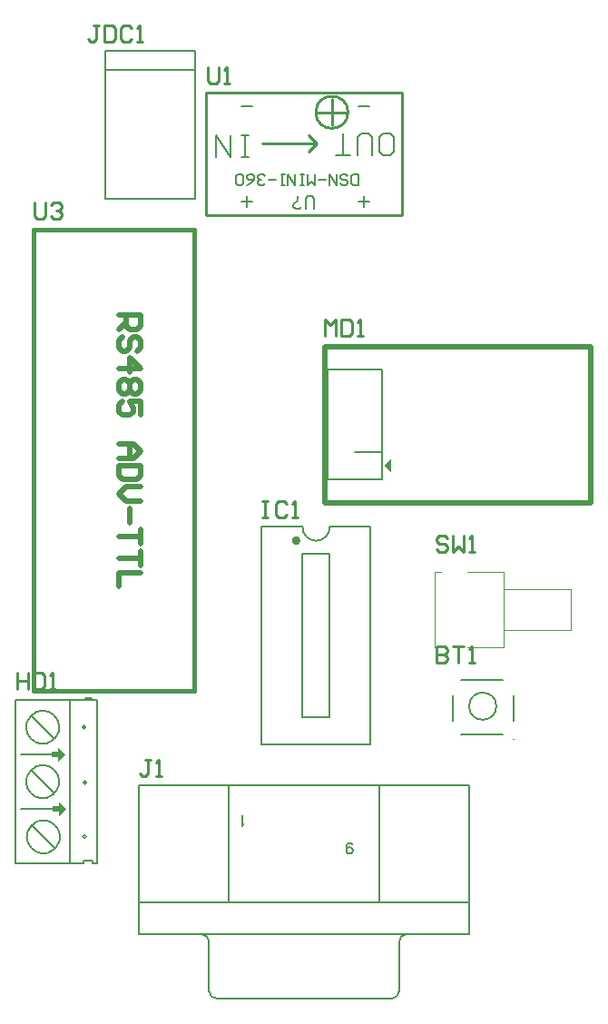
<source format=gto>
G04*
G04 #@! TF.GenerationSoftware,Altium Limited,Altium Designer,18.1.6 (161)*
G04*
G04 Layer_Color=65535*
%FSLAX25Y25*%
%MOIN*%
G70*
G01*
G75*
%ADD10C,0.00600*%
%ADD11C,0.01000*%
%ADD12C,0.00700*%
%ADD13C,0.01500*%
%ADD14C,0.00787*%
%ADD15C,0.00984*%
%ADD16C,0.02000*%
%ADD17C,0.00400*%
%ADD18C,0.00800*%
%ADD19C,0.01968*%
%ADD20C,0.00591*%
G36*
X18845Y46181D02*
X16345Y48681D01*
Y47181D01*
X13845D01*
Y45181D01*
X16345D01*
Y43681D01*
X18845Y46181D01*
D02*
G37*
G36*
X18595Y66181D02*
X16095Y68681D01*
Y67181D01*
X13595D01*
Y65181D01*
X16095D01*
Y63681D01*
X18595Y66181D01*
D02*
G37*
G36*
X135973Y172334D02*
X138473Y169834D01*
Y174834D01*
X135973Y172334D01*
D02*
G37*
D10*
X176982Y83906D02*
G03*
X176982Y83906I-5000J0D01*
G01*
X163982Y93405D02*
X179482D01*
X183482Y78405D02*
Y87906D01*
X164082Y73405D02*
X179482D01*
X160982Y78405D02*
Y87906D01*
D11*
X122493Y301972D02*
G03*
X122493Y301972I-5910J0D01*
G01*
X107996Y293559D02*
X110996Y290559D01*
X107996Y287559D02*
X110996Y290559D01*
X90996D02*
X110996D01*
X142496Y264059D02*
Y309059D01*
X70496D02*
X142496D01*
X70496Y264059D02*
Y309059D01*
Y264059D02*
X142496D01*
X107996Y287559D02*
X110996Y290559D01*
X155073Y105718D02*
Y99720D01*
X158072D01*
X159072Y100719D01*
Y101719D01*
X158072Y102719D01*
X155073D01*
X158072D01*
X159072Y103718D01*
Y104718D01*
X158072Y105718D01*
X155073D01*
X161071D02*
X165070D01*
X163070D01*
Y99720D01*
X167069D02*
X169068D01*
X168069D01*
Y105718D01*
X167069Y104718D01*
X7197Y268872D02*
Y263874D01*
X8196Y262874D01*
X10196D01*
X11196Y263874D01*
Y268872D01*
X13195Y267872D02*
X14195Y268872D01*
X16194D01*
X17194Y267872D01*
Y266873D01*
X16194Y265873D01*
X15194D01*
X16194D01*
X17194Y264873D01*
Y263874D01*
X16194Y262874D01*
X14195D01*
X13195Y263874D01*
X70996Y318557D02*
Y313559D01*
X71996Y312559D01*
X73995D01*
X74995Y313559D01*
Y318557D01*
X76994Y312559D02*
X78993D01*
X77994D01*
Y318557D01*
X76994Y317557D01*
X158995Y145586D02*
X157995Y146586D01*
X155996D01*
X154996Y145586D01*
Y144586D01*
X155996Y143586D01*
X157995D01*
X158995Y142587D01*
Y141587D01*
X157995Y140587D01*
X155996D01*
X154996Y141587D01*
X160994Y146586D02*
Y140587D01*
X162994Y142587D01*
X164993Y140587D01*
Y146586D01*
X166992Y140587D02*
X168991D01*
X167992D01*
Y146586D01*
X166992Y145586D01*
X113949Y219883D02*
Y225881D01*
X115948Y223881D01*
X117947Y225881D01*
Y219883D01*
X119947Y225881D02*
Y219883D01*
X122946D01*
X123946Y220882D01*
Y224881D01*
X122946Y225881D01*
X119947D01*
X125945Y219883D02*
X127944D01*
X126945D01*
Y225881D01*
X125945Y224881D01*
X30937Y333885D02*
X28938D01*
X29938D01*
Y328886D01*
X28938Y327887D01*
X27938D01*
X26939Y328886D01*
X32937Y333885D02*
Y327887D01*
X35936D01*
X36935Y328886D01*
Y332885D01*
X35936Y333885D01*
X32937D01*
X42933Y332885D02*
X41934Y333885D01*
X39934D01*
X38935Y332885D01*
Y328886D01*
X39934Y327887D01*
X41934D01*
X42933Y328886D01*
X44933Y327887D02*
X46932D01*
X45932D01*
Y333885D01*
X44933Y332885D01*
X49893Y64362D02*
X47893D01*
X48893D01*
Y59364D01*
X47893Y58364D01*
X46893D01*
X45894Y59364D01*
X51892Y58364D02*
X53891D01*
X52891D01*
Y64362D01*
X51892Y63362D01*
X91001Y159196D02*
X93000D01*
X92001D01*
Y153198D01*
X91001D01*
X93000D01*
X99998Y158196D02*
X98998Y159196D01*
X96999D01*
X95999Y158196D01*
Y154197D01*
X96999Y153198D01*
X98998D01*
X99998Y154197D01*
X101997Y153198D02*
X103997D01*
X102997D01*
Y159196D01*
X101997Y158196D01*
X956Y96088D02*
Y90090D01*
Y93089D01*
X4955D01*
Y96088D01*
Y90090D01*
X6954Y96088D02*
Y90090D01*
X9953D01*
X10953Y91089D01*
Y95088D01*
X9953Y96088D01*
X6954D01*
X12952Y90090D02*
X14952D01*
X13952D01*
Y96088D01*
X12952Y95088D01*
D12*
X26286Y35981D02*
G03*
X26286Y35981I-640J0D01*
G01*
X15213Y32016D02*
G03*
X14564Y31359I-4606J3903D01*
G01*
X14963Y52292D02*
G03*
X14327Y51643I-4618J3889D01*
G01*
X26186Y76181D02*
G03*
X26186Y76181I-640J0D01*
G01*
X26486Y55821D02*
G03*
X26486Y55821I-640J0D01*
G01*
X14917Y72237D02*
G03*
X14374Y71684I-4571J3944D01*
G01*
X105772Y149821D02*
G03*
X115768Y149784I4997J-169D01*
G01*
X183382Y71905D02*
X183482Y72005D01*
X33339Y317587D02*
X66339D01*
X33339Y270087D02*
Y324587D01*
X66339Y270087D02*
Y324587D01*
X33339Y270087D02*
X66339D01*
X33339Y324587D02*
X66339D01*
X114923Y207383D02*
X134923D01*
X114923Y167283D02*
Y207383D01*
Y167283D02*
X124923D01*
X134923D01*
Y207383D01*
X125073Y177333D02*
X134873D01*
X2445Y46181D02*
X17545D01*
X6445Y40181D02*
X14845Y31681D01*
X345Y26181D02*
Y86181D01*
X6195Y60331D02*
X14645Y51881D01*
X2245Y66181D02*
X17345D01*
X25845Y86781D02*
X28345D01*
X15345Y86181D02*
X30345D01*
Y26181D02*
Y86181D01*
X28545Y26181D02*
X30345D01*
X28545D02*
Y27181D01*
X25445D02*
X28545D01*
X25445Y26181D02*
Y27181D01*
X345Y26181D02*
X25445D01*
X345Y86181D02*
X15345D01*
X20345Y26181D02*
Y86181D01*
X6145Y80381D02*
X14645Y71881D01*
X115768Y79783D02*
Y139784D01*
X105768Y79783D02*
X115768D01*
X105768D02*
Y139784D01*
X115768D01*
X90768Y149784D02*
X105768D01*
X115868D02*
X130768D01*
X90768Y69784D02*
Y149784D01*
Y69784D02*
X130768D01*
Y149683D01*
X130668Y149784D02*
X130768Y149683D01*
X109996Y266561D02*
Y270309D01*
X109246Y271059D01*
X107747D01*
X106997Y270309D01*
Y266561D01*
X105498Y267310D02*
X104748Y266561D01*
X103248D01*
X102498Y267310D01*
Y268060D01*
X103998Y269560D01*
Y270309D02*
Y271059D01*
D13*
X104268Y144684D02*
G03*
X104268Y144684I-800J0D01*
G01*
X6988Y258957D02*
X66043D01*
X6988Y89665D02*
Y258957D01*
Y89665D02*
X66043D01*
Y258957D01*
D14*
X143992Y161D02*
G03*
X141256Y-2575I0J-2736D01*
G01*
X138500Y-23441D02*
G03*
X141236Y-20705I0J2736D01*
G01*
X71453Y-2575D02*
G03*
X68717Y161I-2736J0D01*
G01*
X71473Y-20705D02*
G03*
X74209Y-23441I2736J0D01*
G01*
X74209Y-23441D02*
X138500D01*
X45724Y11992D02*
X166984D01*
X45724Y181D02*
Y55000D01*
X166984Y181D02*
Y55000D01*
X45724D02*
X166984D01*
X78795Y11992D02*
Y55000D01*
X45724Y181D02*
X166984D01*
X133914Y11992D02*
Y55000D01*
X141256Y-20685D02*
Y-2575D01*
X71453Y-20685D02*
Y-2575D01*
D15*
X110613Y301821D02*
X122424D01*
X116519Y306939D02*
X116520Y297094D01*
D16*
X113923Y158384D02*
Y215883D01*
X211823D01*
Y158384D02*
Y215883D01*
X113923Y158384D02*
X211823D01*
D17*
X179823Y126828D02*
X204458D01*
X179823Y105410D02*
Y133362D01*
Y111828D02*
X204458D01*
X154232Y105410D02*
X156595D01*
X166437D02*
X179823D01*
X204458Y111828D02*
Y126828D01*
X154232Y105410D02*
Y119386D01*
Y133362D02*
X156595D01*
X166437D02*
X179823D01*
X154232Y119386D02*
Y133362D01*
D18*
X130496Y304060D02*
X126497D01*
X87496D02*
X83497D01*
X87496Y269060D02*
X83497D01*
X85497Y267061D02*
Y271059D01*
X130496Y269060D02*
X126497D01*
X128497Y267061D02*
Y271059D01*
X135497Y286062D02*
X138163D01*
X139496Y287394D01*
Y292726D01*
X138163Y294059D01*
X135497D01*
X134165Y292726D01*
Y287394D01*
X135497Y286062D01*
X131499D02*
Y292726D01*
X130166Y294059D01*
X127500D01*
X126167Y292726D01*
Y286062D01*
X123501D02*
X118170D01*
X120835D01*
Y294059D01*
X85996Y285562D02*
X83330D01*
X84663D01*
Y293559D01*
X85996D01*
X83330D01*
X79332D02*
Y285562D01*
X74000Y293559D01*
Y285562D01*
X126496Y275060D02*
Y279059D01*
X124497D01*
X123830Y278393D01*
Y275727D01*
X124497Y275060D01*
X126496D01*
X119832Y275727D02*
X120498Y275060D01*
X121831D01*
X122497Y275727D01*
Y276393D01*
X121831Y277060D01*
X120498D01*
X119832Y277726D01*
Y278393D01*
X120498Y279059D01*
X121831D01*
X122497Y278393D01*
X118499Y279059D02*
Y275060D01*
X115833Y279059D01*
Y275060D01*
X114500Y277060D02*
X111834D01*
X110501Y279059D02*
Y275060D01*
X109168Y276393D01*
X107835Y275060D01*
Y279059D01*
X106502Y275060D02*
X105170D01*
X105836D01*
Y279059D01*
X106502D01*
X105170D01*
X103170D02*
Y275060D01*
X100504Y279059D01*
Y275060D01*
X99172D02*
X97839D01*
X98505D01*
Y279059D01*
X99172D01*
X97839D01*
X95839Y277060D02*
X93173D01*
X91841Y275727D02*
X91174Y275060D01*
X89841D01*
X89175Y275727D01*
Y276393D01*
X89841Y277060D01*
X90508D01*
X89841D01*
X89175Y277726D01*
Y278393D01*
X89841Y279059D01*
X91174D01*
X91841Y278393D01*
X85176Y275060D02*
X86509Y275727D01*
X87842Y277060D01*
Y278393D01*
X87175Y279059D01*
X85843D01*
X85176Y278393D01*
Y277726D01*
X85843Y277060D01*
X87842D01*
X83843Y275727D02*
X83177Y275060D01*
X81844D01*
X81177Y275727D01*
Y278393D01*
X81844Y279059D01*
X83177D01*
X83843Y278393D01*
Y275727D01*
D19*
X38484Y227461D02*
X46356D01*
Y223525D01*
X45044Y222213D01*
X42420D01*
X41108Y223525D01*
Y227461D01*
Y224837D02*
X38484Y222213D01*
X45044Y214341D02*
X46356Y215653D01*
Y218277D01*
X45044Y219589D01*
X43732D01*
X42420Y218277D01*
Y215653D01*
X41108Y214341D01*
X39796D01*
X38484Y215653D01*
Y218277D01*
X39796Y219589D01*
X38484Y207782D02*
X46356D01*
X42420Y211718D01*
Y206470D01*
X45044Y203846D02*
X46356Y202534D01*
Y199910D01*
X45044Y198599D01*
X43732D01*
X42420Y199910D01*
X41108Y198599D01*
X39796D01*
X38484Y199910D01*
Y202534D01*
X39796Y203846D01*
X41108D01*
X42420Y202534D01*
X43732Y203846D01*
X45044D01*
X42420Y202534D02*
Y199910D01*
X46356Y190727D02*
Y195975D01*
X42420D01*
X43732Y193351D01*
Y192039D01*
X42420Y190727D01*
X39796D01*
X38484Y192039D01*
Y194663D01*
X39796Y195975D01*
X38484Y180232D02*
X43732D01*
X46356Y177608D01*
X43732Y174984D01*
X38484D01*
X42420D01*
Y180232D01*
X46356Y172360D02*
X38484D01*
Y168424D01*
X39796Y167113D01*
X45044D01*
X46356Y168424D01*
Y172360D01*
Y164489D02*
X41108D01*
X38484Y161865D01*
X41108Y159241D01*
X46356D01*
X42420Y156617D02*
Y151370D01*
X46356Y148746D02*
Y143498D01*
Y146122D01*
X38484D01*
X46356Y140874D02*
Y135627D01*
Y138251D01*
X38484D01*
X46356Y133003D02*
X38484D01*
Y127755D01*
D20*
X84484Y40711D02*
X84109Y40524D01*
X83547Y39961D01*
Y43898D01*
X121848Y31057D02*
X122035Y31619D01*
X122410Y31994D01*
X122972Y32182D01*
X123160D01*
X123722Y31994D01*
X124097Y31619D01*
X124284Y31057D01*
Y30870D01*
X124097Y30307D01*
X123722Y29932D01*
X123160Y29745D01*
X122972D01*
X122410Y29932D01*
X122035Y30307D01*
X121848Y31057D01*
Y31994D01*
X122035Y32931D01*
X122410Y33494D01*
X122972Y33681D01*
X123347D01*
X123909Y33494D01*
X124097Y33119D01*
M02*

</source>
